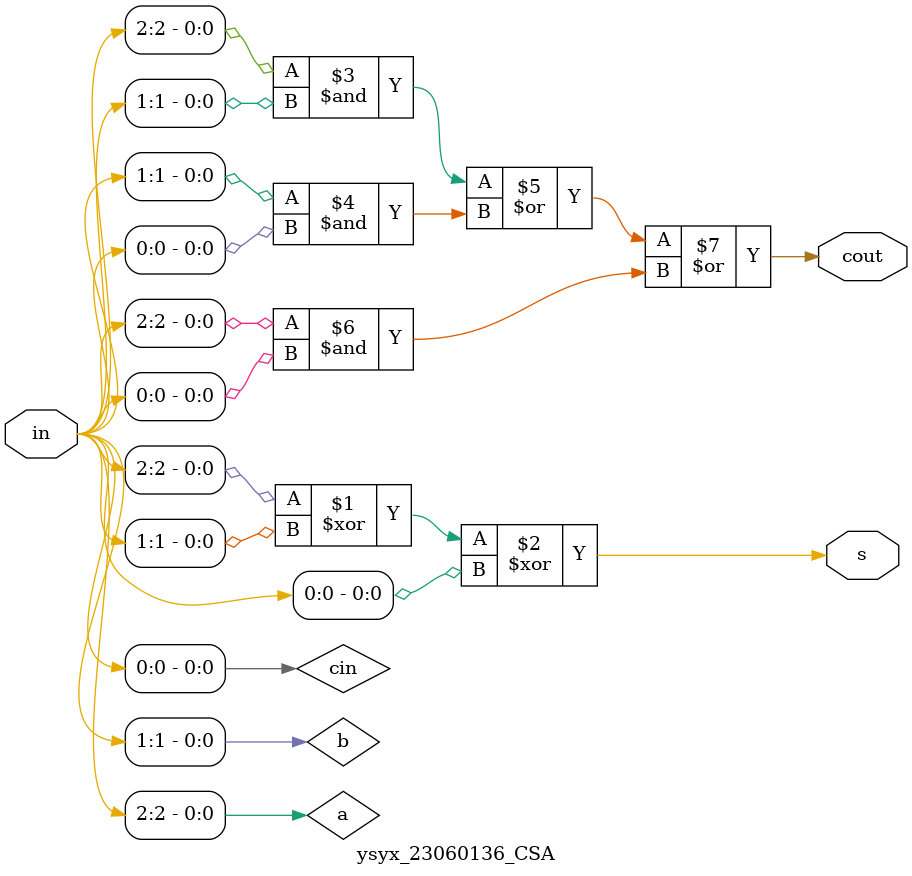
<source format=sv>
/*
 * @Author: Juqi Li @ NJU 
 * @Date: 2024-05-02 10:57:31 
 * @Last Modified by: Juqi Li @ NJU
 * @Last Modified time: 2024-05-02 16:04:41
 */

 
 `include "ysyx_23060136_DEFINES.sv"

// Three bits full adder
// ===========================================================================
module ysyx_23060136_CSA(
    input     [   2:0]       in             ,
    output                   cout           ,
    output                   s               
);

    wire          a,b,cin                   ;
    
    assign        a     =       in[2]       ;
    assign        b     =       in[1]       ;
    assign        cin   =       in[0]       ;
    assign        s     =       a ^ b ^ cin ;
    assign        cout  =       a & b       | 
                                b & cin     | 
                                a & cin     ;

endmodule



</source>
